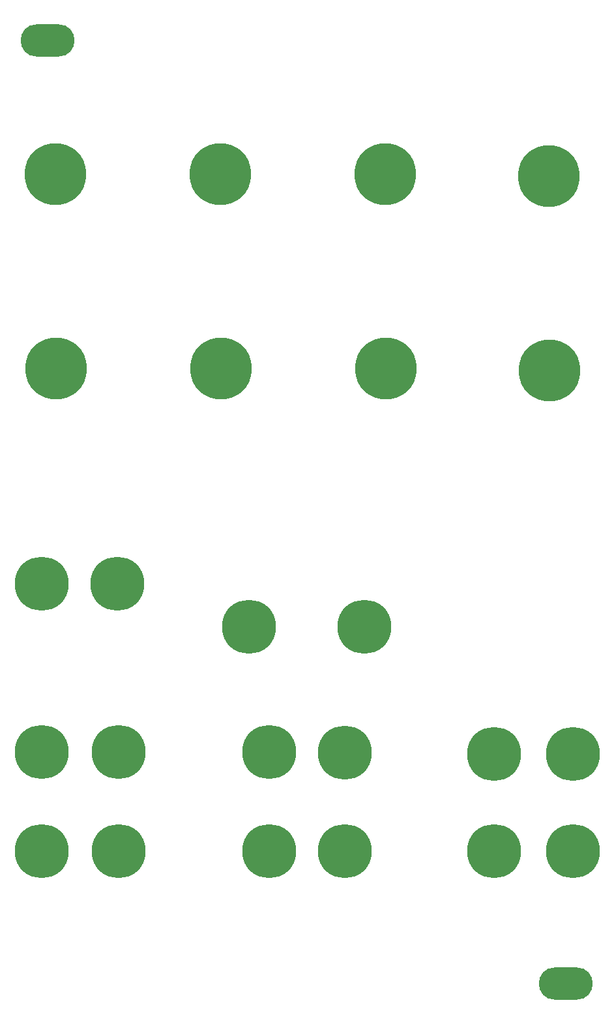
<source format=gbr>
%TF.GenerationSoftware,KiCad,Pcbnew,(6.0.8-1)-1*%
%TF.CreationDate,2023-03-17T06:51:06-04:00*%
%TF.ProjectId,panel,70616e65-6c2e-46b6-9963-61645f706362,rev?*%
%TF.SameCoordinates,Original*%
%TF.FileFunction,Copper,L2,Bot*%
%TF.FilePolarity,Positive*%
%FSLAX46Y46*%
G04 Gerber Fmt 4.6, Leading zero omitted, Abs format (unit mm)*
G04 Created by KiCad (PCBNEW (6.0.8-1)-1) date 2023-03-17 06:51:06*
%MOMM*%
%LPD*%
G01*
G04 APERTURE LIST*
%TA.AperFunction,ComponentPad*%
%ADD10O,7.000000X4.200000*%
%TD*%
%TA.AperFunction,ComponentPad*%
%ADD11C,7.000000*%
%TD*%
%TA.AperFunction,ComponentPad*%
%ADD12C,8.000000*%
%TD*%
G04 APERTURE END LIST*
D10*
%TO.P,,*%
%TO.N,*%
X184500000Y-150300000D03*
%TD*%
%TO.P,REF\u002A\u002A,*%
%TO.N,*%
X117200000Y-27900000D03*
%TD*%
D11*
%TO.P,REF\u002A\u002A,*%
%TO.N,*%
X175200000Y-120500000D03*
%TD*%
D12*
%TO.P,REF\u002A\u002A,*%
%TO.N,*%
X182400000Y-70757500D03*
%TD*%
%TO.P,REF\u002A\u002A,*%
%TO.N,*%
X118200000Y-45242500D03*
%TD*%
D11*
%TO.P,REF\u002A\u002A,*%
%TO.N,*%
X116400000Y-98400000D03*
%TD*%
%TO.P,REF\u002A\u002A,*%
%TO.N,*%
X158300000Y-104000000D03*
%TD*%
D12*
%TO.P,REF\u002A\u002A,*%
%TO.N,*%
X139700000Y-70500000D03*
%TD*%
D11*
%TO.P,REF\u002A\u002A,*%
%TO.N,*%
X155800000Y-120320000D03*
%TD*%
%TO.P,REF\u002A\u002A,*%
%TO.N,*%
X126400000Y-120300000D03*
%TD*%
%TO.P,REF\u002A\u002A,*%
%TO.N,*%
X116400000Y-120300000D03*
%TD*%
%TO.P,REF\u002A\u002A,*%
%TO.N,*%
X185400000Y-133100000D03*
%TD*%
D12*
%TO.P,REF\u002A\u002A,*%
%TO.N,*%
X182300000Y-45500000D03*
%TD*%
D11*
%TO.P,REF\u002A\u002A,*%
%TO.N,*%
X175200000Y-133100000D03*
%TD*%
D12*
%TO.P,REF\u002A\u002A,*%
%TO.N,*%
X161000000Y-45242500D03*
%TD*%
D11*
%TO.P,REF\u002A\u002A,*%
%TO.N,*%
X185400000Y-120500000D03*
%TD*%
D12*
%TO.P,REF\u002A\u002A,*%
%TO.N,*%
X118300000Y-70500000D03*
%TD*%
D11*
%TO.P,REF\u002A\u002A,*%
%TO.N,*%
X126400000Y-133100000D03*
%TD*%
%TO.P,REF\u002A\u002A,*%
%TO.N,*%
X146000000Y-133100000D03*
%TD*%
%TO.P,REF\u002A\u002A,*%
%TO.N,*%
X155800000Y-133100000D03*
%TD*%
%TO.P,REF\u002A\u002A,*%
%TO.N,*%
X146000000Y-120300000D03*
%TD*%
D12*
%TO.P,REF\u002A\u002A,*%
%TO.N,*%
X161100000Y-70500000D03*
%TD*%
D11*
%TO.P,REF\u002A\u002A,*%
%TO.N,*%
X126200000Y-98400000D03*
%TD*%
%TO.P,REF\u002A\u002A,*%
%TO.N,*%
X116400000Y-133100000D03*
%TD*%
%TO.P,REF\u002A\u002A,*%
%TO.N,*%
X143300000Y-104000000D03*
%TD*%
D12*
%TO.P,REF\u002A\u002A,*%
%TO.N,*%
X139600000Y-45242500D03*
%TD*%
M02*

</source>
